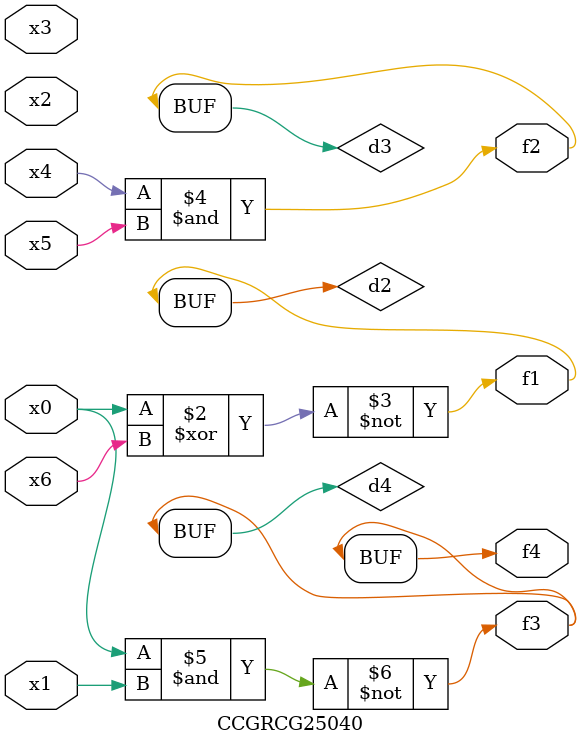
<source format=v>
module CCGRCG25040(
	input x0, x1, x2, x3, x4, x5, x6,
	output f1, f2, f3, f4
);

	wire d1, d2, d3, d4;

	nor (d1, x0);
	xnor (d2, x0, x6);
	and (d3, x4, x5);
	nand (d4, x0, x1);
	assign f1 = d2;
	assign f2 = d3;
	assign f3 = d4;
	assign f4 = d4;
endmodule

</source>
